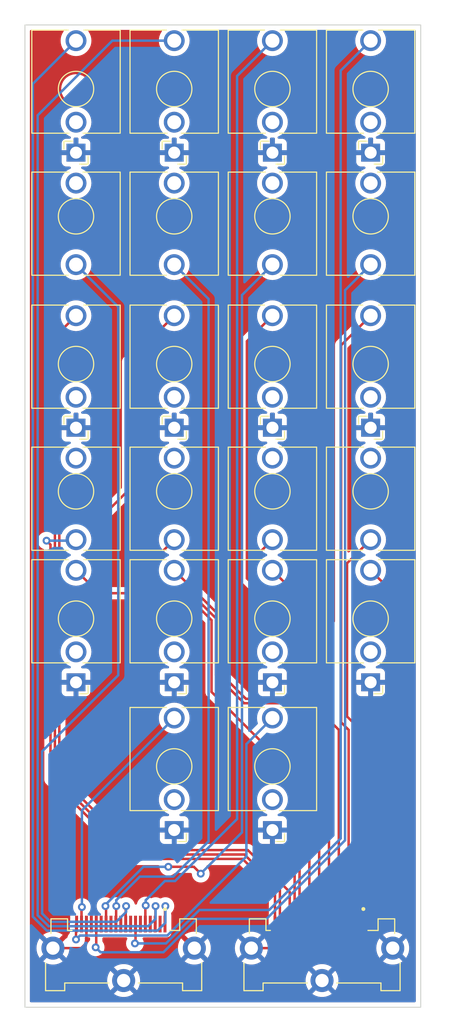
<source format=kicad_pcb>
(kicad_pcb (version 20221018) (generator pcbnew)
  (layers (0 "F.Cu" signal) (31 "B.Cu" signal) (34 "B.Paste" user) (35 "F.Paste" user) (36 "B.SilkS" user "B.Silkscreen") (37 "F.SilkS" user "F.Silkscreen") (38 "B.Mask" user) (39 "F.Mask" user) (44 "Edge.Cuts" user))
  (net 0 "")
  (net 1 "D1")
  (net 3 "D2")
  (net 5 "D3")
  (net 7 "D4")
  (net 9 "D5")
  (net 11 "D6")
  (net 13 "D7")
  (net 15 "D8")
  (net 17 "GND")
  (net 18 "CLK")
  (net 19 "RUN")
  (net 20 "G4")
  (net 21 "M4")
  (net 23 "P4")
  (net 25 "G3")
  (net 27 "M3")
  (net 29 "P3")
  (net 31 "G2")
  (net 33 "M2")
  (net 34 "G1")
  (net 35 "P2")
  (net 36 "P1")
  (net 37 "M1")
  (footprint "Connector_Audio:Jack_3.5mm_QingPu_WQP-PJ398SM_Vertical_CircularHoles" (layer "F.Cu") (at 87.6 104.3)
    (fp_text reference "J17" hide)
    (fp_text value "AudioJack2_SwitchT")
  )
  (footprint "Connector_Audio:Jack_3.5mm_QingPu_WQP-PJ398SM_Vertical_CircularHoles" (layer "F.Cu") (at 87.6 76.3 180)
    (fp_text reference "J5" hide)
    (fp_text value "AudioJack2_SwitchT")
  )
  (footprint "Connector_Audio:Jack_3.5mm_QingPu_WQP-PJ398SM_Vertical_CircularHoles" (layer "F.Cu") (at 87.6 76.3)
    (fp_text reference "J9" hide)
    (fp_text value "AudioJack2_SwitchT")
  )
  (footprint "Connector_Audio:Jack_3.5mm_QingPu_WQP-PJ398SM_Vertical_CircularHoles" (layer "F.Cu") (at 87.6 104.3 180)
    (fp_text reference "J13" hide)
    (fp_text value "AudioJack2_SwitchT")
  )
  (footprint "Connector_Audio:Jack_3.5mm_QingPu_WQP-PJ398SM_Vertical_CircularHoles" (layer "F.Cu") (at 67.6 104.3)
    (fp_text reference "J15" hide)
    (fp_text value "AudioJack2_SwitchT")
  )
  (footprint "Connector_Audio:Jack_3.5mm_QingPu_WQP-PJ398SM_Vertical_CircularHoles" (layer "F.Cu") (at 67.6 76.3)
    (fp_text reference "J7" hide)
    (fp_text value "AudioJack2_SwitchT")
  )
  (footprint "Connector_Audio:Jack_3.5mm_QingPu_WQP-PJ398SM_Vertical_CircularHoles" (layer "F.Cu") (at 97.6 130.22 180)
    (fp_text reference "J22" hide)
    (fp_text value "AudioJack2_SwitchT")
  )
  (footprint "Connector_Audio:Jack_3.5mm_QingPu_WQP-PJ398SM_Vertical_CircularHoles" (layer "F.Cu") (at 97.6 76.3 180)
    (fp_text reference "J6" hide)
    (fp_text value "AudioJack2_SwitchT")
  )
  (footprint "footprints:PHOENIX_1332073" (layer "F.Cu") (at 100.6 154.3 180)
    (fp_text reference "J2" hide)
    (fp_text value "1332073")
  )
  (footprint "Connector_Audio:Jack_3.5mm_QingPu_WQP-PJ398SM_Vertical_CircularHoles" (layer "F.Cu") (at 97.6 76.3)
    (fp_text reference "J10" hide)
    (fp_text value "AudioJack2_SwitchT")
  )
  (footprint "Connector_Audio:Jack_3.5mm_QingPu_WQP-PJ398SM_Vertical_CircularHoles" (layer "F.Cu") (at 77.6 76.3)
    (fp_text reference "J8" hide)
    (fp_text value "AudioJack2_SwitchT")
  )
  (footprint "Connector_Audio:Jack_3.5mm_QingPu_WQP-PJ398SM_Vertical_CircularHoles" (layer "F.Cu") (at 77.6 76.3 180)
    (fp_text reference "J4" hide)
    (fp_text value "AudioJack2_SwitchT")
  )
  (footprint "Connector_Audio:Jack_3.5mm_QingPu_WQP-PJ398SM_Vertical_CircularHoles" (layer "F.Cu") (at 87.6 145.26 180)
    (fp_text reference "J24" hide)
    (fp_text value "AudioJack2_SwitchT")
  )
  (footprint "Connector_Audio:Jack_3.5mm_QingPu_WQP-PJ398SM_Vertical_CircularHoles" (layer "F.Cu") (at 67.6 76.3 180)
    (fp_text reference "J3" hide)
    (fp_text value "AudioJack2_SwitchT")
  )
  (footprint "Connector_Audio:Jack_3.5mm_QingPu_WQP-PJ398SM_Vertical_CircularHoles" (layer "F.Cu") (at 77.6 104.3)
    (fp_text reference "J16" hide)
    (fp_text value "AudioJack2_SwitchT")
  )
  (footprint "Connector_Audio:Jack_3.5mm_QingPu_WQP-PJ398SM_Vertical_CircularHoles" (layer "F.Cu") (at 97.6 104.3)
    (fp_text reference "J18" hide)
    (fp_text value "AudioJack2_SwitchT")
  )
  (footprint "Connector_Audio:Jack_3.5mm_QingPu_WQP-PJ398SM_Vertical_CircularHoles" (layer "F.Cu") (at 67.6 104.3 180)
    (fp_text reference "J11" hide)
    (fp_text value "AudioJack2_SwitchT")
  )
  (footprint "Connector_Audio:Jack_3.5mm_QingPu_WQP-PJ398SM_Vertical_CircularHoles" (layer "F.Cu") (at 87.6 130.22 180)
    (fp_text reference "J21" hide)
    (fp_text value "AudioJack2_SwitchT")
  )
  (footprint "footprints:PHOENIX_1332073" (layer "F.Cu") (at 80.4 154.3 180)
    (fp_text reference "J1" hide)
    (fp_text value "1332073")
  )
  (footprint "Connector_Audio:Jack_3.5mm_QingPu_WQP-PJ398SM_Vertical_CircularHoles" (layer "F.Cu") (at 77.6 104.3 180)
    (fp_text reference "J12" hide)
    (fp_text value "AudioJack2_SwitchT")
  )
  (footprint "Connector_Audio:Jack_3.5mm_QingPu_WQP-PJ398SM_Vertical_CircularHoles" (layer "F.Cu") (at 67.6 130.22 180)
    (fp_text reference "J19" hide)
    (fp_text value "AudioJack2_SwitchT")
  )
  (footprint "Connector_Audio:Jack_3.5mm_QingPu_WQP-PJ398SM_Vertical_CircularHoles" (layer "F.Cu") (at 77.6 130.22 180)
    (fp_text reference "J20" hide)
    (fp_text value "AudioJack2_SwitchT")
  )
  (footprint "Connector_Audio:Jack_3.5mm_QingPu_WQP-PJ398SM_Vertical_CircularHoles" (layer "F.Cu") (at 97.6 104.3 180)
    (fp_text reference "J14" hide)
    (fp_text value "AudioJack2_SwitchT")
  )
  (footprint "Connector_Audio:Jack_3.5mm_QingPu_WQP-PJ398SM_Vertical_CircularHoles" (layer "F.Cu") (at 77.6 145.26 180)
    (fp_text reference "J23" hide)
    (fp_text value "AudioJack2_SwitchT")
  )
  (gr_rect (start 62.4 63.3) (end 102.7 163.3) (stroke (width 0.1)) (fill none) (layer "Edge.Cuts"))
  (segment (start 76.66 154.83) (end 76.66 153.04) (width 0.25) (layer "F.Cu") (net 1))
  (segment (start 76.66 153.04) (end 76.7 153) (width 0.25) (layer "F.Cu") (net 1))
  (via (at 76.7 153) (size 0.8) (drill 0.4) (layers "F.Cu" "B.Cu") (net 1))
  (segment (start 63.2 69.3) (end 63.2 154.075) (width 0.25) (layer "B.Cu") (net 1))
  (segment (start 67.6 64.9) (end 63.2 69.3) (width 0.25) (layer "B.Cu") (net 1))
  (segment (start 64.625 155.5) (end 75.9 155.5) (width 0.25) (layer "B.Cu") (net 1))
  (segment (start 75.9 155.5) (end 76.7 154.7) (width 0.25) (layer "B.Cu") (net 1))
  (segment (start 76.7 154.7) (end 76.7 153) (width 0.25) (layer "B.Cu") (net 1))
  (segment (start 63.2 154.075) (end 64.625 155.5) (width 0.25) (layer "B.Cu") (net 1))
  (segment (start 75.685 153.015) (end 75.7 153) (width 0.25) (layer "F.Cu") (net 3))
  (segment (start 75.66 154.83) (end 75.67 154.83) (width 0.25) (layer "F.Cu") (net 3))
  (segment (start 75.685 154.815) (end 75.685 153.015) (width 0.25) (layer "F.Cu") (net 3))
  (segment (start 75.67 154.83) (end 75.685 154.815) (width 0.25) (layer "F.Cu") (net 3))
  (via (at 75.7 153) (size 0.8) (drill 0.4) (layers "F.Cu" "B.Cu") (net 3))
  (segment (start 77.6 64.9) (end 71.3 64.9) (width 0.25) (layer "B.Cu") (net 3))
  (segment (start 63.7 72.5) (end 63.7 153.938604) (width 0.25) (layer "B.Cu") (net 3))
  (segment (start 71.3 64.9) (end 63.7 72.5) (width 0.25) (layer "B.Cu") (net 3))
  (segment (start 64.811396 155.05) (end 74.95 155.05) (width 0.25) (layer "B.Cu") (net 3))
  (segment (start 63.7 153.938604) (end 64.811396 155.05) (width 0.25) (layer "B.Cu") (net 3))
  (segment (start 74.95 155.05) (end 75.7 154.3) (width 0.25) (layer "B.Cu") (net 3))
  (segment (start 75.7 154.3) (end 75.7 153) (width 0.25) (layer "B.Cu") (net 3))
  (segment (start 74.697556 152.937653) (end 74.66 152.975209) (width 0.25) (layer "F.Cu") (net 5))
  (segment (start 74.66 152.975209) (end 74.66 154.83) (width 0.25) (layer "F.Cu") (net 5))
  (via (at 74.697556 152.937653) (size 0.8) (drill 0.4) (layers "F.Cu" "B.Cu") (net 5))
  (segment (start 84 144.136396) (end 77.686396 150.45) (width 0.25) (layer "B.Cu") (net 5))
  (segment (start 84 68.5) (end 84 144.136396) (width 0.25) (layer "B.Cu") (net 5))
  (segment (start 76.65 150.45) (end 74.697556 152.402444) (width 0.25) (layer "B.Cu") (net 5))
  (segment (start 74.697556 152.402444) (end 74.697556 152.937653) (width 0.25) (layer "B.Cu") (net 5))
  (segment (start 77.686396 150.45) (end 76.65 150.45) (width 0.25) (layer "B.Cu") (net 5))
  (segment (start 87.6 64.9) (end 84 68.5) (width 0.25) (layer "B.Cu") (net 5))
  (segment (start 73.6 156.8) (end 73.66 156.74) (width 0.25) (layer "F.Cu") (net 7))
  (segment (start 73.66 156.74) (end 73.66 154.83) (width 0.25) (layer "F.Cu") (net 7))
  (via (at 73.6 156.8) (size 0.8) (drill 0.4) (layers "F.Cu" "B.Cu") (net 7))
  (segment (start 80.163604 153.4) (end 87.263604 153.4) (width 0.25) (layer "B.Cu") (net 7))
  (segment (start 73.6 156.8) (end 76.763604 156.8) (width 0.25) (layer "B.Cu") (net 7))
  (segment (start 94.55 67.95) (end 97.6 64.9) (width 0.25) (layer "B.Cu") (net 7))
  (segment (start 76.763604 156.8) (end 80.163604 153.4) (width 0.25) (layer "B.Cu") (net 7))
  (segment (start 94.55 146.113604) (end 94.55 67.95) (width 0.25) (layer "B.Cu") (net 7))
  (segment (start 87.263604 153.4) (end 94.55 146.113604) (width 0.25) (layer "B.Cu") (net 7))
  (segment (start 72.66 154.83) (end 72.66 153.04) (width 0.25) (layer "F.Cu") (net 9))
  (segment (start 72.66 153.04) (end 72.7 153) (width 0.25) (layer "F.Cu") (net 9))
  (via (at 72.7 153) (size 0.8) (drill 0.4) (layers "F.Cu" "B.Cu") (net 9))
  (segment (start 64.997792 154.6) (end 71.7 154.6) (width 0.25) (layer "B.Cu") (net 9))
  (segment (start 64.15 137.25) (end 64.15 153.752208) (width 0.25) (layer "B.Cu") (net 9))
  (segment (start 72.7 153.6) (end 72.7 153) (width 0.25) (layer "B.Cu") (net 9))
  (segment (start 71.9 92) (end 71.9 129.5) (width 0.25) (layer "B.Cu") (net 9))
  (segment (start 67.6 87.7) (end 71.9 92) (width 0.25) (layer "B.Cu") (net 9))
  (segment (start 64.15 153.752208) (end 64.997792 154.6) (width 0.25) (layer "B.Cu") (net 9))
  (segment (start 71.9 129.5) (end 64.15 137.25) (width 0.25) (layer "B.Cu") (net 9))
  (segment (start 71.7 154.6) (end 72.7 153.6) (width 0.25) (layer "B.Cu") (net 9))
  (segment (start 71.685 153.015) (end 71.7 153) (width 0.25) (layer "F.Cu") (net 11))
  (segment (start 71.685 154.815) (end 71.685 153.015) (width 0.25) (layer "F.Cu") (net 11))
  (segment (start 71.67 154.83) (end 71.685 154.815) (width 0.25) (layer "F.Cu") (net 11))
  (segment (start 71.66 154.83) (end 71.67 154.83) (width 0.25) (layer "F.Cu") (net 11))
  (via (at 71.7 153) (size 0.8) (drill 0.4) (layers "F.Cu" "B.Cu") (net 11))
  (segment (start 81.1 146.4) (end 77.5 150) (width 0.25) (layer "B.Cu") (net 11))
  (segment (start 81.1 91.2) (end 81.1 146.4) (width 0.25) (layer "B.Cu") (net 11))
  (segment (start 77.6 87.7) (end 81.1 91.2) (width 0.25) (layer "B.Cu") (net 11))
  (segment (start 74.1 150) (end 71.7 152.4) (width 0.25) (layer "B.Cu") (net 11))
  (segment (start 71.7 152.4) (end 71.7 153) (width 0.25) (layer "B.Cu") (net 11))
  (segment (start 77.5 150) (end 74.1 150) (width 0.25) (layer "B.Cu") (net 11))
  (segment (start 70.66 154.83) (end 70.66 153.06) (width 0.25) (layer "F.Cu") (net 13))
  (segment (start 77 149) (end 79.6 149) (width 0.25) (layer "F.Cu") (net 13))
  (segment (start 70.66 153.06) (end 70.6 153) (width 0.25) (layer "F.Cu") (net 13))
  (segment (start 79.6 149) (end 80.3 149.7) (width 0.25) (layer "F.Cu") (net 13))
  (via (at 77 149) (size 0.8) (drill 0.4) (layers "F.Cu" "B.Cu") (net 13))
  (via (at 70.6 153) (size 0.8) (drill 0.4) (layers "F.Cu" "B.Cu") (net 13))
  (via (at 80.3 149.7) (size 0.8) (drill 0.4) (layers "F.Cu" "B.Cu") (net 13))
  (segment (start 70.6 153) (end 70.6 152.863604) (width 0.25) (layer "B.Cu") (net 13))
  (segment (start 70.6 152.863604) (end 74.463604 149) (width 0.25) (layer "B.Cu") (net 13))
  (segment (start 84.5 145.5) (end 80.3 149.7) (width 0.25) (layer "B.Cu") (net 13))
  (segment (start 74.463604 149) (end 77 149) (width 0.25) (layer "B.Cu") (net 13))
  (segment (start 84.5 90.8) (end 84.5 145.5) (width 0.25) (layer "B.Cu") (net 13))
  (segment (start 87.6 87.7) (end 84.5 90.8) (width 0.25) (layer "B.Cu") (net 13))
  (segment (start 69.6 157.2) (end 69.66 157.14) (width 0.25) (layer "F.Cu") (net 15))
  (segment (start 69.66 157.14) (end 69.66 154.83) (width 0.25) (layer "F.Cu") (net 15))
  (via (at 69.6 157.2) (size 0.8) (drill 0.4) (layers "F.Cu" "B.Cu") (net 15))
  (segment (start 76.5 157.7) (end 70.1 157.7) (width 0.25) (layer "B.Cu") (net 15))
  (segment (start 95 90.3) (end 95 146.3) (width 0.25) (layer "B.Cu") (net 15))
  (segment (start 97.6 87.7) (end 95 90.3) (width 0.25) (layer "B.Cu") (net 15))
  (segment (start 79.9 154.3) (end 76.5 157.7) (width 0.25) (layer "B.Cu") (net 15))
  (segment (start 70.1 157.7) (end 69.6 157.2) (width 0.25) (layer "B.Cu") (net 15))
  (segment (start 87 154.3) (end 79.9 154.3) (width 0.25) (layer "B.Cu") (net 15))
  (segment (start 95 146.3) (end 87 154.3) (width 0.25) (layer "B.Cu") (net 15))
  (segment (start 68.66 154.83) (end 68.66 156.74) (width 0.25) (layer "F.Cu") (net 17))
  (segment (start 88.86 156.44) (end 88.02 157.28) (width 0.25) (layer "F.Cu") (net 17))
  (segment (start 88.86 154.83) (end 88.86 156.44) (width 0.25) (layer "F.Cu") (net 17))
  (segment (start 68.12 157.28) (end 65.25 157.28) (width 0.25) (layer "F.Cu") (net 17))
  (segment (start 68.66 156.74) (end 68.12 157.28) (width 0.25) (layer "F.Cu") (net 17))
  (segment (start 88.02 157.28) (end 85.45 157.28) (width 0.25) (layer "F.Cu") (net 17))
  (segment (start 68.16 153.14) (end 68.16 154.83) (width 0.25) (layer "F.Cu") (net 18))
  (segment (start 68.2 153.1) (end 68.16 153.14) (width 0.25) (layer "F.Cu") (net 18))
  (via (at 68.2 153.1) (size 0.8) (drill 0.4) (layers "F.Cu" "B.Cu") (net 18))
  (segment (start 68.2 143.26) (end 68.2 153.1) (width 0.25) (layer "B.Cu") (net 18))
  (segment (start 77.6 133.86) (end 68.2 143.26) (width 0.25) (layer "B.Cu") (net 18))
  (segment (start 67.6 154.89) (end 67.66 154.83) (width 0.25) (layer "F.Cu") (net 19))
  (segment (start 67.6 156.4) (end 67.6 154.89) (width 0.25) (layer "F.Cu") (net 19))
  (via (at 67.6 156.4) (size 0.8) (drill 0.4) (layers "F.Cu" "B.Cu") (net 19))
  (segment (start 84.95 136.51) (end 87.6 133.86) (width 0.25) (layer "B.Cu") (net 19))
  (segment (start 67.6 156.4) (end 68 156) (width 0.25) (layer "B.Cu") (net 19))
  (segment (start 84.95 147.95) (end 84.95 136.51) (width 0.25) (layer "B.Cu") (net 19))
  (segment (start 76.9 156) (end 84.95 147.95) (width 0.25) (layer "B.Cu") (net 19))
  (segment (start 68 156) (end 76.9 156) (width 0.25) (layer "B.Cu") (net 19))
  (segment (start 100.5 121.72) (end 97.6 118.82) (width 0.25) (layer "F.Cu") (net 20))
  (segment (start 96.86 154.83) (end 96.86 135.24) (width 0.25) (layer "F.Cu") (net 20))
  (segment (start 100.5 131.6) (end 100.5 121.72) (width 0.25) (layer "F.Cu") (net 20))
  (segment (start 96.86 135.24) (end 100.5 131.6) (width 0.25) (layer "F.Cu") (net 20))
  (segment (start 96.36 154.83) (end 96.36 134.86) (width 0.25) (layer "F.Cu") (net 21))
  (segment (start 96.36 134.86) (end 95.2 133.7) (width 0.25) (layer "F.Cu") (net 21))
  (segment (start 95.2 133.7) (end 95.2 118.1) (width 0.25) (layer "F.Cu") (net 21))
  (segment (start 95.2 118.1) (end 97.6 115.7) (width 0.25) (layer "F.Cu") (net 21))
  (segment (start 94.6 95.9) (end 97.6 92.9) (width 0.25) (layer "F.Cu") (net 23))
  (segment (start 94.6 134.3) (end 94.6 95.9) (width 0.25) (layer "F.Cu") (net 23))
  (segment (start 95.36 154.83) (end 95.36 135.06) (width 0.25) (layer "F.Cu") (net 23))
  (segment (start 95.36 135.06) (end 94.6 134.3) (width 0.25) (layer "F.Cu") (net 23))
  (segment (start 93.6 124.82) (end 87.6 118.82) (width 0.25) (layer "F.Cu") (net 25))
  (segment (start 94.36 154.83) (end 94.36 135.06) (width 0.25) (layer "F.Cu") (net 25))
  (segment (start 94.36 135.06) (end 93.6 134.3) (width 0.25) (layer "F.Cu") (net 25))
  (segment (start 93.6 134.3) (end 93.6 124.82) (width 0.25) (layer "F.Cu") (net 25))
  (segment (start 88.2 120.7) (end 86.7 120.7) (width 0.25) (layer "F.Cu") (net 27))
  (segment (start 92.7 134.5) (end 92.7 125.2) (width 0.25) (layer "F.Cu") (net 27))
  (segment (start 85.5 117.8) (end 87.6 115.7) (width 0.25) (layer "F.Cu") (net 27))
  (segment (start 93.36 135.16) (end 92.7 134.5) (width 0.25) (layer "F.Cu") (net 27))
  (segment (start 93.36 154.83) (end 93.36 135.16) (width 0.25) (layer "F.Cu") (net 27))
  (segment (start 92.7 125.2) (end 88.2 120.7) (width 0.25) (layer "F.Cu") (net 27))
  (segment (start 85.5 119.5) (end 85.5 117.8) (width 0.25) (layer "F.Cu") (net 27))
  (segment (start 86.7 120.7) (end 85.5 119.5) (width 0.25) (layer "F.Cu") (net 27))
  (segment (start 91.65 124.786396) (end 88.013604 121.15) (width 0.25) (layer "F.Cu") (net 29))
  (segment (start 88.013604 121.15) (end 86.513604 121.15) (width 0.25) (layer "F.Cu") (net 29))
  (segment (start 85 119.636396) (end 85 95.5) (width 0.25) (layer "F.Cu") (net 29))
  (segment (start 85 95.5) (end 87.6 92.9) (width 0.25) (layer "F.Cu") (net 29))
  (segment (start 92.36 154.83) (end 92.36 135.496396) (width 0.25) (layer "F.Cu") (net 29))
  (segment (start 86.513604 121.15) (end 85 119.636396) (width 0.25) (layer "F.Cu") (net 29))
  (segment (start 92.36 135.496396) (end 91.65 134.786396) (width 0.25) (layer "F.Cu") (net 29))
  (segment (start 91.65 134.786396) (end 91.65 124.786396) (width 0.25) (layer "F.Cu") (net 29))
  (segment (start 91.36 154.83) (end 91.36 135.66) (width 0.25) (layer "F.Cu") (net 31))
  (segment (start 84.9 131.9) (end 82.3 129.3) (width 0.25) (layer "F.Cu") (net 31))
  (segment (start 89.4 131.9) (end 84.9 131.9) (width 0.25) (layer "F.Cu") (net 31))
  (segment (start 82.3 123.52) (end 77.6 118.82) (width 0.25) (layer "F.Cu") (net 31))
  (segment (start 91.36 135.66) (end 91 135.3) (width 0.25) (layer "F.Cu") (net 31))
  (segment (start 91 133.5) (end 89.4 131.9) (width 0.25) (layer "F.Cu") (net 31))
  (segment (start 91 135.3) (end 91 133.5) (width 0.25) (layer "F.Cu") (net 31))
  (segment (start 82.3 129.3) (end 82.3 123.52) (width 0.25) (layer "F.Cu") (net 31))
  (segment (start 75.5 119.2) (end 75.5 117.8) (width 0.25) (layer "F.Cu") (net 33))
  (segment (start 77 120.7) (end 75.5 119.2) (width 0.25) (layer "F.Cu") (net 33))
  (segment (start 84.713604 132.35) (end 81.85 129.486396) (width 0.25) (layer "F.Cu") (net 33))
  (segment (start 78.843604 120.7) (end 77 120.7) (width 0.25) (layer "F.Cu") (net 33))
  (segment (start 75.5 117.8) (end 77.6 115.7) (width 0.25) (layer "F.Cu") (net 33))
  (segment (start 90.36 133.496396) (end 89.213604 132.35) (width 0.25) (layer "F.Cu") (net 33))
  (segment (start 81.85 123.706396) (end 78.843604 120.7) (width 0.25) (layer "F.Cu") (net 33))
  (segment (start 81.85 129.486396) (end 81.85 123.706396) (width 0.25) (layer "F.Cu") (net 33))
  (segment (start 89.213604 132.35) (end 84.713604 132.35) (width 0.25) (layer "F.Cu") (net 33))
  (segment (start 90.36 154.83) (end 90.36 133.496396) (width 0.25) (layer "F.Cu") (net 33))
  (segment (start 89.86 154.83) (end 89.86 137.16) (width 0.25) (layer "F.Cu") (net 34))
  (segment (start 81.4 131.2) (end 81.4 123.892792) (width 0.25) (layer "F.Cu") (net 34))
  (segment (start 81.4 123.892792) (end 78.657208 121.15) (width 0.25) (layer "F.Cu") (net 34))
  (segment (start 69.93 121.15) (end 67.6 118.82) (width 0.25) (layer "F.Cu") (net 34))
  (segment (start 86.4 136.2) (end 81.4 131.2) (width 0.25) (layer "F.Cu") (net 34))
  (segment (start 78.657208 121.15) (end 69.93 121.15) (width 0.25) (layer "F.Cu") (net 34))
  (segment (start 89.86 137.16) (end 88.9 136.2) (width 0.25) (layer "F.Cu") (net 34))
  (segment (start 88.9 136.2) (end 86.4 136.2) (width 0.25) (layer "F.Cu") (net 34))
  (segment (start 72.9 110.7) (end 72.9 97.6) (width 0.25) (layer "F.Cu") (net 35))
  (segment (start 85.1 147.3) (end 73.463604 147.3) (width 0.25) (layer "F.Cu") (net 35))
  (segment (start 67.1 113.5) (end 70.1 113.5) (width 0.25) (layer "F.Cu") (net 35))
  (segment (start 72.9 97.6) (end 77.6 92.9) (width 0.25) (layer "F.Cu") (net 35))
  (segment (start 65.9 139.736396) (end 65.9 114.7) (width 0.25) (layer "F.Cu") (net 35))
  (segment (start 89.36 151.56) (end 85.1 147.3) (width 0.25) (layer "F.Cu") (net 35))
  (segment (start 89.36 154.83) (end 89.36 151.56) (width 0.25) (layer "F.Cu") (net 35))
  (segment (start 73.463604 147.3) (end 65.9 139.736396) (width 0.25) (layer "F.Cu") (net 35))
  (segment (start 70.1 113.5) (end 72.9 110.7) (width 0.25) (layer "F.Cu") (net 35))
  (segment (start 65.9 114.7) (end 67.1 113.5) (width 0.25) (layer "F.Cu") (net 35))
  (segment (start 84.75 147.75) (end 73.277208 147.75) (width 0.25) (layer "F.Cu") (net 36))
  (segment (start 65.45 139.922792) (end 65.45 95.05) (width 0.25) (layer "F.Cu") (net 36))
  (segment (start 65.45 95.05) (end 67.6 92.9) (width 0.25) (layer "F.Cu") (net 36))
  (segment (start 88.36 151.36) (end 84.75 147.75) (width 0.25) (layer "F.Cu") (net 36))
  (segment (start 73.277208 147.75) (end 65.45 139.922792) (width 0.25) (layer "F.Cu") (net 36))
  (segment (start 88.36 154.83) (end 88.36 151.36) (width 0.25) (layer "F.Cu") (net 36))
  (segment (start 84.563604 148.2) (end 73.090812 148.2) (width 0.25) (layer "F.Cu") (net 37))
  (segment (start 65 116.2) (end 64.6 115.8) (width 0.25) (layer "F.Cu") (net 37))
  (segment (start 87.86 154.83) (end 87.86 151.496396) (width 0.25) (layer "F.Cu") (net 37))
  (segment (start 65 140.109188) (end 65 116.2) (width 0.25) (layer "F.Cu") (net 37))
  (segment (start 87.86 151.496396) (end 84.563604 148.2) (width 0.25) (layer "F.Cu") (net 37))
  (segment (start 73.090812 148.2) (end 65 140.109188) (width 0.25) (layer "F.Cu") (net 37))
  (via (at 64.6 115.8) (size 0.8) (drill 0.4) (layers "F.Cu" "B.Cu") (net 37))
  (segment (start 67.5 115.8) (end 67.6 115.7) (width 0.25) (layer "B.Cu") (net 37))
  (segment (start 64.6 115.8) (end 67.5 115.8) (width 0.25) (layer "B.Cu") (net 37))
  (zone (net 17) (net_name "GND") (layers "F&B.Cu") (connect_pads (clearance 0.5)) (min_thickness 0.25) (fill yes (thermal_gap 0.5) (thermal_bridge_width 0.5))
    (polygon (pts (xy 59.86 60.76) (xy 59.86 164.9) (xy 105.58 164.9) (xy 105.58 60.76)))
  )
)
</source>
